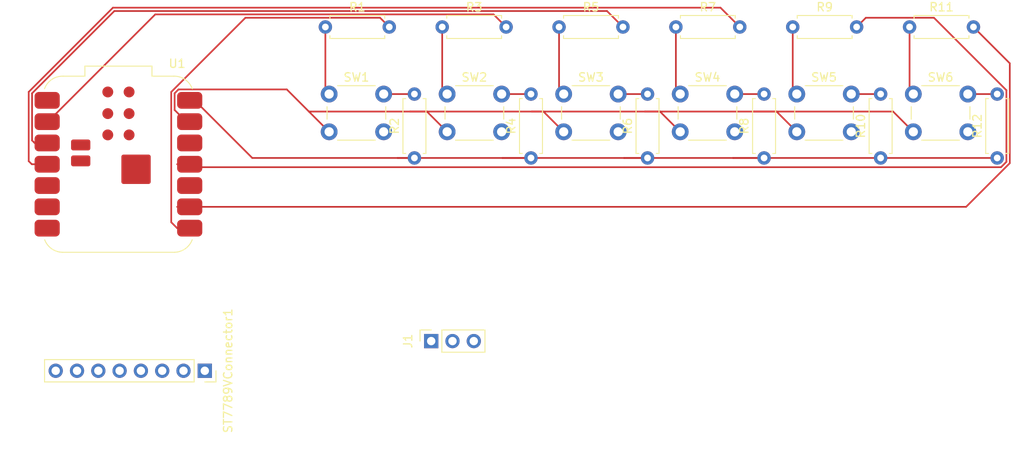
<source format=kicad_pcb>
(kicad_pcb (version 20241229) (generator "pcbnew") (generator_version "9.0")
  (layers (0 "F.Cu" signal) (2 "B.Cu" signal) (13 "F.Paste" user) (15 "B.Paste" user) (5 "F.SilkS" user "F.Silkscreen") (7 "B.SilkS" user "B.Silkscreen") (1 "F.Mask" user) (3 "B.Mask" user) (25 "Edge.Cuts" user))
  (net 0 "")
  (net 1 "Net-(J1-Pin_3)")
  (net 2 "Net-(J1-Pin_1)")
  (net 3 "Net-(J1-Pin_2)")
  (net 4 "Net-(U1-PB09_A7_D7_RX)")
  (net 5 "Net-(R1-Pad1)")
  (net 6 "Net-(U1-PA4_A1_D1)")
  (net 7 "Net-(R3-Pad1)")
  (net 8 "Net-(U1-PA10_A2_D2)")
  (net 9 "Net-(R5-Pad1)")
  (net 10 "Net-(U1-PA11_A3_D3)")
  (net 11 "Net-(R7-Pad1)")
  (net 12 "Net-(U1-PA6_A10_D10_MOSI)")
  (net 13 "Net-(R9-Pad1)")
  (net 14 "Net-(U1-PA7_A8_D8_SCK)")
  (net 15 "Net-(ST7789VConnector1-DC)")
  (net 16 "Net-(ST7789VConnector1-BL)")
  (net 17 "Net-(ST7789VConnector1-DIN)")
  (net 18 "Net-(ST7789VConnector1-CLK)")
  (net 19 "Net-(ST7789VConnector1-CS)")
  (net 20 "Net-(R11-Pad1)")
  (footprint "Resistor_THT:R_Axial_DIN0207_L6.3mm_D2.5mm_P7.62mm_Horizontal" (layer "F.Cu") (at 143.3 56.62 90)
    (property "Reference" "R6" (at 3.81 -2.37 90) (layer "F.SilkS"))
    (property "Value" "10k")
    (fp_line (start 7.08 -1.37) (end 7.08 -1.04) (stroke (width 0.12)) (layer "F.SilkS"))
    (fp_line (start 0.54 -1.37) (end 7.08 -1.37) (stroke (width 0.12)) (layer "F.SilkS"))
    (fp_line (start 0.54 -1.04) (end 0.54 -1.37) (stroke (width 0.12)) (layer "F.SilkS"))
    (fp_line (start 0.54 1.04) (end 0.54 1.37) (stroke (width 0.12)) (layer "F.SilkS"))
    (fp_line (start 7.08 1.37) (end 7.08 1.04) (stroke (width 0.12)) (layer "F.SilkS"))
    (fp_line (start 0.54 1.37) (end 7.08 1.37) (stroke (width 0.12)) (layer "F.SilkS"))
    (pad "1" thru_hole circle (at 0 0 90) (size 1.6 1.6) (drill 0.8) (layers "*.Cu" "*.Mask") (net 2 "Net-(J1-Pin_1)"))
    (pad "2" thru_hole oval (at 7.62 0 90) (size 1.6 1.6) (drill 0.8) (layers "*.Cu" "*.Mask" "Eco1.User"))
  )
  (footprint "Button_Switch_THT:SW_PUSH_6mm" (layer "F.Cu") (at 119.4 49)
    (property "Reference" "SW2" (at 3.25 -2 0) (layer "F.SilkS"))
    (property "Value" "SW_MEC_5E")
    (fp_line (start -0.25 1.5) (end -0.25 3) (stroke (width 0.12)) (layer "F.SilkS"))
    (fp_line (start 1 5.5) (end 5.5 5.5) (stroke (width 0.12)) (layer "F.SilkS"))
    (fp_line (start 5.5 -1) (end 1 -1) (stroke (width 0.12)) (layer "F.SilkS"))
    (fp_line (start 6.75 3) (end 6.75 1.5) (stroke (width 0.12)) (layer "F.SilkS"))
    (pad "1" thru_hole circle (at 0 0 90) (size 2 2) (drill 1.1) (layers "*.Cu" "*.Mask") (net 7 "Net-(R3-Pad1)"))
    (pad "2" thru_hole circle (at 0 4.5 90) (size 2 2) (drill 1.1) (layers "*.Cu" "*.Mask") (net 3 "Net-(J1-Pin_2)"))
    (pad "3" thru_hole circle (at 6.5 4.5 90) (size 2 2) (drill 1.1) (layers "*.Cu" "*.Mask") (net 3 "Net-(J1-Pin_2)"))
    (pad "4" thru_hole circle (at 6.5 0 90) (size 2 2) (drill 1.1) (layers "*.Cu" "*.Mask"))
  )
  (footprint "Button_Switch_THT:SW_PUSH_6mm" (layer "F.Cu") (at 175 49)
    (property "Reference" "SW6" (at 3.25 -2 0) (layer "F.SilkS"))
    (property "Value" "SW_MEC_5E")
    (fp_line (start -0.25 1.5) (end -0.25 3) (stroke (width 0.12)) (layer "F.SilkS"))
    (fp_line (start 1 5.5) (end 5.5 5.5) (stroke (width 0.12)) (layer "F.SilkS"))
    (fp_line (start 5.5 -1) (end 1 -1) (stroke (width 0.12)) (layer "F.SilkS"))
    (fp_line (start 6.75 3) (end 6.75 1.5) (stroke (width 0.12)) (layer "F.SilkS"))
    (pad "1" thru_hole circle (at 0 0 90) (size 2 2) (drill 1.1) (layers "*.Cu" "*.Mask") (net 20 "Net-(R11-Pad1)"))
    (pad "2" thru_hole circle (at 0 4.5 90) (size 2 2) (drill 1.1) (layers "*.Cu" "*.Mask") (net 3 "Net-(J1-Pin_2)"))
    (pad "3" thru_hole circle (at 6.5 4.5 90) (size 2 2) (drill 1.1) (layers "*.Cu" "*.Mask") (net 3 "Net-(J1-Pin_2)"))
    (pad "4" thru_hole circle (at 6.5 0 90) (size 2 2) (drill 1.1) (layers "*.Cu" "*.Mask"))
  )
  (footprint "Resistor_THT:R_Axial_DIN0207_L6.3mm_D2.5mm_P7.62mm_Horizontal" (layer "F.Cu") (at 146.682 41)
    (property "Reference" "R7" (at 3.81 -2.37 0) (layer "F.SilkS"))
    (property "Value" "10k")
    (fp_line (start 0.54 -1.37) (end 7.08 -1.37) (stroke (width 0.12)) (layer "F.SilkS"))
    (fp_line (start 0.54 -1.04) (end 0.54 -1.37) (stroke (width 0.12)) (layer "F.SilkS"))
    (fp_line (start 0.54 1.04) (end 0.54 1.37) (stroke (width 0.12)) (layer "F.SilkS"))
    (fp_line (start 0.54 1.37) (end 7.08 1.37) (stroke (width 0.12)) (layer "F.SilkS"))
    (fp_line (start 7.08 -1.37) (end 7.08 -1.04) (stroke (width 0.12)) (layer "F.SilkS"))
    (fp_line (start 7.08 1.37) (end 7.08 1.04) (stroke (width 0.12)) (layer "F.SilkS"))
    (pad "1" thru_hole circle (at 0 0) (size 1.6 1.6) (drill 0.8) (layers "*.Cu" "*.Mask") (net 11 "Net-(R7-Pad1)"))
    (pad "2" thru_hole oval (at 7.62 0) (size 1.6 1.6) (drill 0.8) (layers "*.Cu" "*.Mask") (net 10 "Net-(U1-PA11_A3_D3)"))
  )
  (footprint "Button_Switch_THT:SW_PUSH_6mm" (layer "F.Cu") (at 105.33 49)
    (property "Reference" "SW1" (at 3.25 -2 0) (layer "F.SilkS"))
    (property "Value" "SW_MEC_5E")
    (fp_line (start -0.25 1.5) (end -0.25 3) (stroke (width 0.12)) (layer "F.SilkS"))
    (fp_line (start 1 5.5) (end 5.5 5.5) (stroke (width 0.12)) (layer "F.SilkS"))
    (fp_line (start 5.5 -1) (end 1 -1) (stroke (width 0.12)) (layer "F.SilkS"))
    (fp_line (start 6.75 3) (end 6.75 1.5) (stroke (width 0.12)) (layer "F.SilkS"))
    (pad "1" thru_hole circle (at 0 0 90) (size 2 2) (drill 1.1) (layers "*.Cu" "*.Mask") (net 5 "Net-(R1-Pad1)"))
    (pad "2" thru_hole circle (at 0 4.5 90) (size 2 2) (drill 1.1) (layers "*.Cu" "*.Mask") (net 3 "Net-(J1-Pin_2)"))
    (pad "3" thru_hole circle (at 6.5 4.5 90) (size 2 2) (drill 1.1) (layers "*.Cu" "*.Mask") (net 3 "Net-(J1-Pin_2)"))
    (pad "4" thru_hole circle (at 6.5 0 90) (size 2 2) (drill 1.1) (layers "*.Cu" "*.Mask"))
  )
  (footprint "Resistor_THT:R_Axial_DIN0207_L6.3mm_D2.5mm_P7.62mm_Horizontal" (layer "F.Cu") (at 160.616 41)
    (property "Reference" "R9" (at 3.81 -2.37 0) (layer "F.SilkS"))
    (property "Value" "10k")
    (fp_line (start 0.54 -1.37) (end 7.08 -1.37) (stroke (width 0.12)) (layer "F.SilkS"))
    (fp_line (start 0.54 -1.04) (end 0.54 -1.37) (stroke (width 0.12)) (layer "F.SilkS"))
    (fp_line (start 0.54 1.04) (end 0.54 1.37) (stroke (width 0.12)) (layer "F.SilkS"))
    (fp_line (start 0.54 1.37) (end 7.08 1.37) (stroke (width 0.12)) (layer "F.SilkS"))
    (fp_line (start 7.08 -1.37) (end 7.08 -1.04) (stroke (width 0.12)) (layer "F.SilkS"))
    (fp_line (start 7.08 1.37) (end 7.08 1.04) (stroke (width 0.12)) (layer "F.SilkS"))
    (pad "1" thru_hole circle (at 0 0) (size 1.6 1.6) (drill 0.8) (layers "*.Cu" "*.Mask") (net 13 "Net-(R9-Pad1)"))
    (pad "2" thru_hole oval (at 7.62 0) (size 1.6 1.6) (drill 0.8) (layers "*.Cu" "*.Mask") (net 12 "Net-(U1-PA6_A10_D10_MOSI)"))
  )
  (footprint "Resistor_THT:R_Axial_DIN0207_L6.3mm_D2.5mm_P7.62mm_Horizontal" (layer "F.Cu") (at 129.4 56.62 90)
    (property "Reference" "R4" (at 3.81 -2.37 90) (layer "F.SilkS"))
    (property "Value" "10k")
    (fp_line (start 7.08 -1.37) (end 7.08 -1.04) (stroke (width 0.12)) (layer "F.SilkS"))
    (fp_line (start 0.54 -1.37) (end 7.08 -1.37) (stroke (width 0.12)) (layer "F.SilkS"))
    (fp_line (start 0.54 -1.04) (end 0.54 -1.37) (stroke (width 0.12)) (layer "F.SilkS"))
    (fp_line (start 0.54 1.04) (end 0.54 1.37) (stroke (width 0.12)) (layer "F.SilkS"))
    (fp_line (start 7.08 1.37) (end 7.08 1.04) (stroke (width 0.12)) (layer "F.SilkS"))
    (fp_line (start 0.54 1.37) (end 7.08 1.37) (stroke (width 0.12)) (layer "F.SilkS"))
    (pad "1" thru_hole circle (at 0 0 90) (size 1.6 1.6) (drill 0.8) (layers "*.Cu" "*.Mask") (net 2 "Net-(J1-Pin_1)"))
    (pad "2" thru_hole oval (at 7.62 0 90) (size 1.6 1.6) (drill 0.8) (layers "*.Cu" "*.Mask"))
  )
  (footprint "Button_Switch_THT:SW_PUSH_6mm" (layer "F.Cu") (at 133.3 49)
    (property "Reference" "SW3" (at 3.25 -2 0) (layer "F.SilkS"))
    (property "Value" "SW_MEC_5E")
    (fp_line (start -0.25 1.5) (end -0.25 3) (stroke (width 0.12)) (layer "F.SilkS"))
    (fp_line (start 1 5.5) (end 5.5 5.5) (stroke (width 0.12)) (layer "F.SilkS"))
    (fp_line (start 5.5 -1) (end 1 -1) (stroke (width 0.12)) (layer "F.SilkS"))
    (fp_line (start 6.75 3) (end 6.75 1.5) (stroke (width 0.12)) (layer "F.SilkS"))
    (pad "1" thru_hole circle (at 0 0 90) (size 2 2) (drill 1.1) (layers "*.Cu" "*.Mask") (net 9 "Net-(R5-Pad1)"))
    (pad "2" thru_hole circle (at 0 4.5 90) (size 2 2) (drill 1.1) (layers "*.Cu" "*.Mask") (net 3 "Net-(J1-Pin_2)"))
    (pad "3" thru_hole circle (at 6.5 4.5 90) (size 2 2) (drill 1.1) (layers "*.Cu" "*.Mask") (net 3 "Net-(J1-Pin_2)"))
    (pad "4" thru_hole circle (at 6.5 0 90) (size 2 2) (drill 1.1) (layers "*.Cu" "*.Mask"))
  )
  (footprint "Resistor_THT:R_Axial_DIN0207_L6.3mm_D2.5mm_P7.62mm_Horizontal" (layer "F.Cu") (at 174.55 41)
    (property "Reference" "R11" (at 3.81 -2.37 0) (layer "F.SilkS"))
    (property "Value" "10k")
    (fp_line (start 0.54 -1.37) (end 7.08 -1.37) (stroke (width 0.12)) (layer "F.SilkS"))
    (fp_line (start 0.54 -1.04) (end 0.54 -1.37) (stroke (width 0.12)) (layer "F.SilkS"))
    (fp_line (start 0.54 1.04) (end 0.54 1.37) (stroke (width 0.12)) (layer "F.SilkS"))
    (fp_line (start 0.54 1.37) (end 7.08 1.37) (stroke (width 0.12)) (layer "F.SilkS"))
    (fp_line (start 7.08 -1.37) (end 7.08 -1.04) (stroke (width 0.12)) (layer "F.SilkS"))
    (fp_line (start 7.08 1.37) (end 7.08 1.04) (stroke (width 0.12)) (layer "F.SilkS"))
    (pad "1" thru_hole circle (at 0 0) (size 1.6 1.6) (drill 0.8) (layers "*.Cu" "*.Mask") (net 20 "Net-(R11-Pad1)"))
    (pad "2" thru_hole oval (at 7.62 0) (size 1.6 1.6) (drill 0.8) (layers "*.Cu" "*.Mask") (net 14 "Net-(U1-PA7_A8_D8_SCK)"))
  )
  (footprint "Button_Switch_THT:SW_PUSH_6mm" (layer "F.Cu") (at 147.2 49)
    (property "Reference" "SW4" (at 3.25 -2 0) (layer "F.SilkS"))
    (property "Value" "SW_MEC_5E")
    (fp_line (start -0.25 1.5) (end -0.25 3) (stroke (width 0.12)) (layer "F.SilkS"))
    (fp_line (start 1 5.5) (end 5.5 5.5) (stroke (width 0.12)) (layer "F.SilkS"))
    (fp_line (start 5.5 -1) (end 1 -1) (stroke (width 0.12)) (layer "F.SilkS"))
    (fp_line (start 6.75 3) (end 6.75 1.5) (stroke (width 0.12)) (layer "F.SilkS"))
    (pad "1" thru_hole circle (at 0 0 90) (size 2 2) (drill 1.1) (layers "*.Cu" "*.Mask") (net 11 "Net-(R7-Pad1)"))
    (pad "2" thru_hole circle (at 0 4.5 90) (size 2 2) (drill 1.1) (layers "*.Cu" "*.Mask") (net 3 "Net-(J1-Pin_2)"))
    (pad "3" thru_hole circle (at 6.5 4.5 90) (size 2 2) (drill 1.1) (layers "*.Cu" "*.Mask") (net 3 "Net-(J1-Pin_2)"))
    (pad "4" thru_hole circle (at 6.5 0 90) (size 2 2) (drill 1.1) (layers "*.Cu" "*.Mask"))
  )
  (footprint "Resistor_THT:R_Axial_DIN0207_L6.3mm_D2.5mm_P7.62mm_Horizontal" (layer "F.Cu") (at 157.2 56.62 90)
    (property "Reference" "R8" (at 3.81 -2.37 90) (layer "F.SilkS"))
    (property "Value" "10k")
    (fp_line (start 7.08 -1.37) (end 7.08 -1.04) (stroke (width 0.12)) (layer "F.SilkS"))
    (fp_line (start 0.54 -1.37) (end 7.08 -1.37) (stroke (width 0.12)) (layer "F.SilkS"))
    (fp_line (start 0.54 -1.04) (end 0.54 -1.37) (stroke (width 0.12)) (layer "F.SilkS"))
    (fp_line (start 0.54 1.04) (end 0.54 1.37) (stroke (width 0.12)) (layer "F.SilkS"))
    (fp_line (start 7.08 1.37) (end 7.08 1.04) (stroke (width 0.12)) (layer "F.SilkS"))
    (fp_line (start 0.54 1.37) (end 7.08 1.37) (stroke (width 0.12)) (layer "F.SilkS"))
    (pad "1" thru_hole circle (at 0 0 90) (size 1.6 1.6) (drill 0.8) (layers "*.Cu" "*.Mask") (net 2 "Net-(J1-Pin_1)"))
    (pad "2" thru_hole oval (at 7.62 0 90) (size 1.6 1.6) (drill 0.8) (layers "*.Cu" "*.Mask"))
  )
  (footprint "Resistor_THT:R_Axial_DIN0207_L6.3mm_D2.5mm_P7.62mm_Horizontal" (layer "F.Cu") (at 118.814 41)
    (property "Reference" "R3" (at 3.81 -2.37 0) (layer "F.SilkS"))
    (property "Value" "10k")
    (fp_line (start 0.54 -1.37) (end 7.08 -1.37) (stroke (width 0.12)) (layer "F.SilkS"))
    (fp_line (start 0.54 -1.04) (end 0.54 -1.37) (stroke (width 0.12)) (layer "F.SilkS"))
    (fp_line (start 0.54 1.04) (end 0.54 1.37) (stroke (width 0.12)) (layer "F.SilkS"))
    (fp_line (start 0.54 1.37) (end 7.08 1.37) (stroke (width 0.12)) (layer "F.SilkS"))
    (fp_line (start 7.08 -1.37) (end 7.08 -1.04) (stroke (width 0.12)) (layer "F.SilkS"))
    (fp_line (start 7.08 1.37) (end 7.08 1.04) (stroke (width 0.12)) (layer "F.SilkS"))
    (pad "1" thru_hole circle (at 0 0) (size 1.6 1.6) (drill 0.8) (layers "*.Cu" "*.Mask") (net 7 "Net-(R3-Pad1)"))
    (pad "2" thru_hole oval (at 7.62 0) (size 1.6 1.6) (drill 0.8) (layers "*.Cu" "*.Mask") (net 6 "Net-(U1-PA4_A1_D1)"))
  )
  (footprint "Resistor_THT:R_Axial_DIN0207_L6.3mm_D2.5mm_P7.62mm_Horizontal" (layer "F.Cu") (at 171.1 56.62 90)
    (property "Reference" "R10" (at 3.81 -2.37 90) (layer "F.SilkS"))
    (property "Value" "10k")
    (fp_line (start 7.08 -1.37) (end 7.08 -1.04) (stroke (width 0.12)) (layer "F.SilkS"))
    (fp_line (start 0.54 -1.37) (end 7.08 -1.37) (stroke (width 0.12)) (layer "F.SilkS"))
    (fp_line (start 0.54 -1.04) (end 0.54 -1.37) (stroke (width 0.12)) (layer "F.SilkS"))
    (fp_line (start 0.54 1.04) (end 0.54 1.37) (stroke (width 0.12)) (layer "F.SilkS"))
    (fp_line (start 7.08 1.37) (end 7.08 1.04) (stroke (width 0.12)) (layer "F.SilkS"))
    (fp_line (start 0.54 1.37) (end 7.08 1.37) (stroke (width 0.12)) (layer "F.SilkS"))
    (pad "1" thru_hole circle (at 0 0 90) (size 1.6 1.6) (drill 0.8) (layers "*.Cu" "*.Mask") (net 2 "Net-(J1-Pin_1)"))
    (pad "2" thru_hole oval (at 7.62 0 90) (size 1.6 1.6) (drill 0.8) (layers "*.Cu" "*.Mask"))
  )
  (footprint "Connector_PinSocket_2.54mm:PinSocket_1x03_P2.54mm_Vertical" (layer "F.Cu") (at 117.5 78.46 90)
    (property "Reference" "J1" (at 0 -2.77 90) (layer "F.SilkS"))
    (property "Value" "Conn_01x03_Pin")
    (fp_line (start 1.33 -1.33) (end 1.33 0) (stroke (width 0.12)) (layer "F.SilkS"))
    (fp_line (start 0 -1.33) (end 1.33 -1.33) (stroke (width 0.12)) (layer "F.SilkS"))
    (fp_line (start 1.33 1.27) (end 1.33 6.41) (stroke (width 0.12)) (layer "F.SilkS"))
    (fp_line (start -1.33 1.27) (end 1.33 1.27) (stroke (width 0.12)) (layer "F.SilkS"))
    (fp_line (start -1.33 1.27) (end -1.33 6.41) (stroke (width 0.12)) (layer "F.SilkS"))
    (fp_line (start -1.33 6.41) (end 1.33 6.41) (stroke (width 0.12)) (layer "F.SilkS"))
    (pad "1" thru_hole rect (at 0 0 90) (size 1.7 1.7) (drill 1) (layers "*.Cu" "*.Mask") (net 2 "Net-(J1-Pin_1)"))
    (pad "2" thru_hole oval (at 0 2.54 90) (size 1.7 1.7) (drill 1) (layers "*.Cu" "*.Mask") (net 3 "Net-(J1-Pin_2)"))
    (pad "3" thru_hole oval (at 0 5.08 90) (size 1.7 1.7) (drill 1) (layers "*.Cu" "*.Mask") (net 1 "Net-(J1-Pin_3)"))
  )
  (footprint "Resistor_THT:R_Axial_DIN0207_L6.3mm_D2.5mm_P7.62mm_Horizontal" (layer "F.Cu") (at 185 56.62 90)
    (property "Reference" "R12" (at 3.81 -2.37 90) (layer "F.SilkS"))
    (property "Value" "10k")
    (fp_line (start 7.08 -1.37) (end 7.08 -1.04) (stroke (width 0.12)) (layer "F.SilkS"))
    (fp_line (start 0.54 -1.37) (end 7.08 -1.37) (stroke (width 0.12)) (layer "F.SilkS"))
    (fp_line (start 0.54 -1.04) (end 0.54 -1.37) (stroke (width 0.12)) (layer "F.SilkS"))
    (fp_line (start 0.54 1.04) (end 0.54 1.37) (stroke (width 0.12)) (layer "F.SilkS"))
    (fp_line (start 7.08 1.37) (end 7.08 1.04) (stroke (width 0.12)) (layer "F.SilkS"))
    (fp_line (start 0.54 1.37) (end 7.08 1.37) (stroke (width 0.12)) (layer "F.SilkS"))
    (pad "1" thru_hole circle (at 0 0 90) (size 1.6 1.6) (drill 0.8) (layers "*.Cu" "*.Mask") (net 2 "Net-(J1-Pin_1)"))
    (pad "2" thru_hole oval (at 7.62 0 90) (size 1.6 1.6) (drill 0.8) (layers "*.Cu" "*.Mask"))
  )
  (footprint "Resistor_THT:R_Axial_DIN0207_L6.3mm_D2.5mm_P7.62mm_Horizontal" (layer "F.Cu") (at 115.5 56.62 90)
    (property "Reference" "R2" (at 3.81 -2.37 90) (layer "F.SilkS"))
    (property "Value" "10k")
    (fp_line (start 7.08 -1.37) (end 7.08 -1.04) (stroke (width 0.12)) (layer "F.SilkS"))
    (fp_line (start 0.54 -1.37) (end 7.08 -1.37) (stroke (width 0.12)) (layer "F.SilkS"))
    (fp_line (start 0.54 -1.04) (end 0.54 -1.37) (stroke (width 0.12)) (layer "F.SilkS"))
    (fp_line (start 0.54 1.04) (end 0.54 1.37) (stroke (width 0.12)) (layer "F.SilkS"))
    (fp_line (start 7.08 1.37) (end 7.08 1.04) (stroke (width 0.12)) (layer "F.SilkS"))
    (fp_line (start 0.54 1.37) (end 7.08 1.37) (stroke (width 0.12)) (layer "F.SilkS"))
    (pad "1" thru_hole circle (at 0 0 90) (size 1.6 1.6) (drill 0.8) (layers "*.Cu" "*.Mask") (net 2 "Net-(J1-Pin_1)"))
    (pad "2" thru_hole oval (at 7.62 0 90) (size 1.6 1.6) (drill 0.8) (layers "*.Cu" "*.Mask"))
  )
  (footprint "Button_Switch_THT:SW_PUSH_6mm" (layer "F.Cu") (at 161.1 49)
    (property "Reference" "SW5" (at 3.25 -2 0) (layer "F.SilkS"))
    (property "Value" "SW_MEC_5E")
    (fp_line (start -0.25 1.5) (end -0.25 3) (stroke (width 0.12)) (layer "F.SilkS"))
    (fp_line (start 1 5.5) (end 5.5 5.5) (stroke (width 0.12)) (layer "F.SilkS"))
    (fp_line (start 5.5 -1) (end 1 -1) (stroke (width 0.12)) (layer "F.SilkS"))
    (fp_line (start 6.75 3) (end 6.75 1.5) (stroke (width 0.12)) (layer "F.SilkS"))
    (pad "1" thru_hole circle (at 0 0 90) (size 2 2) (drill 1.1) (layers "*.Cu" "*.Mask") (net 13 "Net-(R9-Pad1)"))
    (pad "2" thru_hole circle (at 0 4.5 90) (size 2 2) (drill 1.1) (layers "*.Cu" "*.Mask") (net 3 "Net-(J1-Pin_2)"))
    (pad "3" thru_hole circle (at 6.5 4.5 90) (size 2 2) (drill 1.1) (layers "*.Cu" "*.Mask") (net 3 "Net-(J1-Pin_2)"))
    (pad "4" thru_hole circle (at 6.5 0 90) (size 2 2) (drill 1.1) (layers "*.Cu" "*.Mask"))
  )
  (footprint "RF_Module:MCU_Seeed_ESP32C3" (layer "F.Cu") (at 80.2 57.37)
    (property "Reference" "U1" (at 7 -12 0) (layer "F.SilkS"))
    (property "Value" "MOUDLE-SEEEDUINO-XIAO-ESP32C3")
    (fp_line (start -6.7 10.5) (end 6.7 10.5) (stroke (width 0.12)) (layer "F.SilkS"))
    (fp_line (start -4 -11.7) (end 4 -11.7) (stroke (width 0.12)) (layer "F.SilkS"))
    (fp_line (start -4 -10.5) (end -6.6 -10.5) (stroke (width 0.12)) (layer "F.SilkS"))
    (fp_line (start -4 -10.5) (end -4 -11.7) (stroke (width 0.12)) (layer "F.SilkS"))
    (fp_line (start 4 -11.7) (end 4 -10.5) (stroke (width 0.12)) (layer "F.SilkS"))
    (fp_line (start 6.6 -10.5) (end 4 -10.5) (stroke (width 0.12)) (layer "F.SilkS"))
    (fp_arc (start -8.812892 -9.00468) (mid -7.949609 -10.111769) (end -6.600468 -10.499999) (stroke (width 0.12)) (layer "F.SilkS"))
    (fp_arc (start -6.7 10.5) (mid -7.977232 10.068125) (end -8.8 9) (stroke (width 0.12)) (layer "F.SilkS"))
    (fp_arc (start 6.6 -10.499999) (mid 7.944325 -10.107116) (end 8.804034 -9.001464) (stroke (width 0.12)) (layer "F.SilkS"))
    (fp_arc (start 8.8 9) (mid 7.977232 10.068125) (end 6.7 10.5) (stroke (width 0.12)) (layer "F.SilkS"))
    (pad "1" smd roundrect (at -8.5 -7.62) (size 3 2) (layers "F.Cu" "F.Mask" "F.Paste") (net 1 "Net-(J1-Pin_3)"))
    (pad "2" smd roundrect (at -8.5 -5.08) (size 3 2) (layers "F.Cu" "F.Mask" "F.Paste") (net 6 "Net-(U1-PA4_A1_D1)"))
    (pad "3" smd roundrect (at -8.5 -2.54) (size 3 2) (layers "F.Cu" "F.Mask" "F.Paste") (net 8 "Net-(U1-PA10_A2_D2)"))
    (pad "4" smd roundrect (at -8.5 0) (size 3 2) (layers "F.Cu" "F.Mask" "F.Paste") (net 10 "Net-(U1-PA11_A3_D3)"))
    (pad "5" smd roundrect (at -8.5 2.54) (size 3 2) (layers "F.Cu" "F.Mask" "F.Paste") (net 17 "Net-(ST7789VConnector1-DIN)"))
    (pad "6" smd roundrect (at -8.5 5.08) (size 3 2) (layers "F.Cu" "F.Mask" "F.Paste") (net 18 "Net-(ST7789VConnector1-CLK)"))
    (pad "7" smd roundrect (at -8.5 7.62) (size 3 2) (layers "F.Cu" "F.Mask" "F.Paste") (net 15 "Net-(ST7789VConnector1-DC)"))
    (pad "8" smd roundrect (at 8.5 7.62) (size 3 2) (layers "F.Cu" "F.Mask" "F.Paste") (net 4 "Net-(U1-PB09_A7_D7_RX)"))
    (pad "9" smd roundrect (at 8.5 5.08) (size 3 2) (layers "F.Cu" "F.Mask" "F.Paste") (net 14 "Net-(U1-PA7_A8_D8_SCK)"))
    (pad "10" smd roundrect (at 8.5 2.54) (size 3 2) (layers "F.Cu" "F.Mask" "F.Paste") (net 19 "Net-(ST7789VConnector1-CS)"))
    (pad "11" smd roundrect (at 8.5 0) (size 3 2) (layers "F.Cu" "F.Mask" "F.Paste") (net 12 "Net-(U1-PA6_A10_D10_MOSI)"))
    (pad "12" smd roundrect (at 8.5 -2.54) (size 3 2) (layers "F.Cu" "F.Mask" "F.Paste") (net 16 "Net-(ST7789VConnector1-BL)"))
    (pad "13" smd roundrect (at 8.5 -5.08) (size 3 2) (layers "F.Cu" "F.Mask" "F.Paste") (net 3 "Net-(J1-Pin_2)"))
    (pad "14" smd roundrect (at 8.5 -7.62) (size 3 2) (layers "F.Cu" "F.Mask" "F.Paste") (net 2 "Net-(J1-Pin_1)"))
    (pad "15" smd roundrect (at 2.1 0.6) (size 3.5 3.5) (property pad_prop_heatsink) (layers "F.Cu" "F.Mask") (roundrect_rratio 0.07142857143))
    (pad "16" smd roundrect (at -4.5 -0.4) (size 2.3 1.3) (layers "F.Cu" "F.Mask" "F.Paste") (roundrect_rratio 0.1923076923))
    (pad "17" smd roundrect (at -4.5 -2.3) (size 2.3 1.3) (layers "F.Cu" "F.Mask" "F.Paste") (roundrect_rratio 0.1923076923))
    (pad "18" smd circle (at -1.27 -8.62) (size 1.3 1.3) (layers "F.Cu" "F.Mask" "F.Paste"))
    (pad "19" smd circle (at -1.27 -6.04) (size 1.3 1.3) (layers "F.Cu" "F.Mask" "F.Paste"))
    (pad "20" smd circle (at -1.27 -3.5) (size 1.3 1.3) (layers "F.Cu" "F.Mask" "F.Paste"))
    (pad "21" smd circle (at 1.27 -3.5) (size 1.3 1.3) (layers "F.Cu" "F.Mask" "F.Paste"))
    (pad "22" smd circle (at 1.27 -6.04) (size 1.3 1.3) (layers "F.Cu" "F.Mask" "F.Paste"))
    (pad "23" smd circle (at 1.27 -8.62) (size 1.3 1.3) (layers "F.Cu" "F.Mask" "F.Paste"))
  )
  (footprint "Resistor_THT:R_Axial_DIN0207_L6.3mm_D2.5mm_P7.62mm_Horizontal" (layer "F.Cu") (at 132.748 41)
    (property "Reference" "R5" (at 3.81 -2.37 0) (layer "F.SilkS"))
    (property "Value" "10k")
    (fp_line (start 0.54 -1.37) (end 7.08 -1.37) (stroke (width 0.12)) (layer "F.SilkS"))
    (fp_line (start 0.54 -1.04) (end 0.54 -1.37) (stroke (width 0.12)) (layer "F.SilkS"))
    (fp_line (start 0.54 1.04) (end 0.54 1.37) (stroke (width 0.12)) (layer "F.SilkS"))
    (fp_line (start 0.54 1.37) (end 7.08 1.37) (stroke (width 0.12)) (layer "F.SilkS"))
    (fp_line (start 7.08 -1.37) (end 7.08 -1.04) (stroke (width 0.12)) (layer "F.SilkS"))
    (fp_line (start 7.08 1.37) (end 7.08 1.04) (stroke (width 0.12)) (layer "F.SilkS"))
    (pad "1" thru_hole circle (at 0 0) (size 1.6 1.6) (drill 0.8) (layers "*.Cu" "*.Mask") (net 9 "Net-(R5-Pad1)"))
    (pad "2" thru_hole oval (at 7.62 0) (size 1.6 1.6) (drill 0.8) (layers "*.Cu" "*.Mask") (net 8 "Net-(U1-PA10_A2_D2)"))
  )
  (footprint "Connector_PinSocket_2.54mm:PinSocket_1x08_P2.54mm_Vertical" (layer "F.Cu") (at 90.5 82 -90)
    (property "Reference" "ST7789VConnector1" (at 0 -2.77 90) (layer "F.SilkS"))
    (property "Value" "Conn_01x08_Pin_ST7789V")
    (fp_line (start -1.33 19.11) (end 1.33 19.11) (stroke (width 0.12)) (layer "F.SilkS"))
    (fp_line (start -1.33 1.27) (end -1.33 19.11) (stroke (width 0.12)) (layer "F.SilkS"))
    (fp_line (start -1.33 1.27) (end 1.33 1.27) (stroke (width 0.12)) (layer "F.SilkS"))
    (fp_line (start 1.33 1.27) (end 1.33 19.11) (stroke (width 0.12)) (layer "F.SilkS"))
    (fp_line (start 0 -1.33) (end 1.33 -1.33) (stroke (width 0.12)) (layer "F.SilkS"))
    (fp_line (start 1.33 -1.33) (end 1.33 0) (stroke (width 0.12)) (layer "F.SilkS"))
    (pad "1" thru_hole rect (at 0 0 270) (size 1.7 1.7) (drill 1) (layers "*.Cu" "*.Mask") (net 16 "Net-(ST7789VConnector1-BL)"))
    (pad "2" thru_hole oval (at 0 2.54 270) (size 1.7 1.7) (drill 1) (layers "*.Cu" "*.Mask") (net 3 "Net-(J1-Pin_2)"))
    (pad "3" thru_hole oval (at 0 5.08 270) (size 1.7 1.7) (drill 1) (layers "*.Cu" "*.Mask") (net 17 "Net-(ST7789VConnector1-DIN)"))
    (pad "4" thru_hole oval (at 0 7.62 270) (size 1.7 1.7) (drill 1) (layers "*.Cu" "*.Mask") (net 18 "Net-(ST7789VConnector1-CLK)"))
    (pad "5" thru_hole oval (at 0 10.16 270) (size 1.7 1.7) (drill 1) (layers "*.Cu" "*.Mask") (net 19 "Net-(ST7789VConnector1-CS)"))
    (pad "6" thru_hole oval (at 0 12.7 270) (size 1.7 1.7) (drill 1) (layers "*.Cu" "*.Mask") (net 15 "Net-(ST7789VConnector1-DC)"))
    (pad "7" thru_hole oval (at 0 15.24 270) (size 1.7 1.7) (drill 1) (layers "*.Cu" "*.Mask") (net 16 "Net-(ST7789VConnector1-BL)"))
    (pad "8" thru_hole oval (at 0 17.78 270) (size 1.7 1.7) (drill 1) (layers "*.Cu" "*.Mask") (net 16 "Net-(ST7789VConnector1-BL)"))
  )
  (footprint "Resistor_THT:R_Axial_DIN0207_L6.3mm_D2.5mm_P7.62mm_Horizontal" (layer "F.Cu") (at 104.88 41)
    (property "Reference" "R1" (at 3.81 -2.37 0) (layer "F.SilkS"))
    (property "Value" "10k")
    (fp_line (start 0.54 -1.37) (end 7.08 -1.37) (stroke (width 0.12)) (layer "F.SilkS"))
    (fp_line (start 0.54 -1.04) (end 0.54 -1.37) (stroke (width 0.12)) (layer "F.SilkS"))
    (fp_line (start 0.54 1.04) (end 0.54 1.37) (stroke (width 0.12)) (layer "F.SilkS"))
    (fp_line (start 0.54 1.37) (end 7.08 1.37) (stroke (width 0.12)) (layer "F.SilkS"))
    (fp_line (start 7.08 -1.37) (end 7.08 -1.04) (stroke (width 0.12)) (layer "F.SilkS"))
    (fp_line (start 7.08 1.37) (end 7.08 1.04) (stroke (width 0.12)) (layer "F.SilkS"))
    (pad "1" thru_hole circle (at 0 0) (size 1.6 1.6) (drill 0.8) (layers "*.Cu" "*.Mask") (net 5 "Net-(R1-Pad1)"))
    (pad "2" thru_hole oval (at 7.62 0) (size 1.6 1.6) (drill 0.8) (layers "*.Cu" "*.Mask") (net 4 "Net-(U1-PB09_A7_D7_RX)"))
  )
  (segment (start 139.8 49) (end 143.3 49) (width 0.2) (layer "F.Cu") (net 0))
  (segment (start 125.9 49) (end 129.4 49) (width 0.2) (layer "F.Cu") (net 0))
  (segment (start 111.83 49) (end 115.5 49) (width 0.2) (layer "F.Cu") (net 0))
  (segment (start 153.7 49) (end 157.2 49) (width 0.2) (layer "F.Cu") (net 0))
  (segment (start 167.6 49) (end 171.1 49) (width 0.2) (layer "F.Cu") (net 0))
  (segment (start 181.5 49) (end 185 49) (width 0.2) (layer "F.Cu") (net 0))
  (segment (start 171.1 56.62) (end 153.5 56.62) (width 0.2) (layer "F.Cu") (net 2))
  (segment (start 96.158 56.62) (end 89.288 49.75) (width 0.2) (layer "F.Cu") (net 2))
  (segment (start 153.5 56.62) (end 140.5 56.62) (width 0.2) (layer "F.Cu") (net 2))
  (segment (start 126 56.62) (end 113.5 56.62) (width 0.2) (layer "F.Cu") (net 2))
  (segment (start 140.5 56.62) (end 126 56.62) (width 0.2) (layer "F.Cu") (net 2))
  (segment (start 143.3 56.62) (end 140.5 56.62) (width 0.2) (layer "F.Cu") (net 2))
  (segment (start 129.4 56.62) (end 126 56.62) (width 0.2) (layer "F.Cu") (net 2))
  (segment (start 113.5 56.62) (end 96.158 56.62) (width 0.2) (layer "F.Cu") (net 2))
  (segment (start 157.2 56.62) (end 153.5 56.62) (width 0.2) (layer "F.Cu") (net 2))
  (segment (start 185 56.62) (end 171.1 56.62) (width 0.2) (layer "F.Cu") (net 2))
  (segment (start 89.288 49.75) (end 88.7 49.75) (width 0.2) (layer "F.Cu") (net 2))
  (segment (start 115.5 56.62) (end 113.5 56.62) (width 0.2) (layer "F.Cu") (net 2))
  (segment (start 133.3 53.5) (end 130.885 51.085) (width 0.2) (layer "F.Cu") (net 3))
  (segment (start 115 51.085) (end 102.915 51.085) (width 0.2) (layer "F.Cu") (net 3))
  (segment (start 158.685 51.085) (end 156 51.085) (width 0.2) (layer "F.Cu") (net 3))
  (segment (start 144.785 51.085) (end 143 51.085) (width 0.2) (layer "F.Cu") (net 3))
  (segment (start 156 51.085) (end 143 51.085) (width 0.2) (layer "F.Cu") (net 3))
  (segment (start 105.33 53.5) (end 102.915 51.085) (width 0.2) (layer "F.Cu") (net 3))
  (segment (start 86.899 48.910942) (end 86.899 50.899) (width 0.2) (layer "F.Cu") (net 3))
  (segment (start 147.2 53.5) (end 144.785 51.085) (width 0.2) (layer "F.Cu") (net 3))
  (segment (start 172.585 51.085) (end 156 51.085) (width 0.2) (layer "F.Cu") (net 3))
  (segment (start 100.279 48.449) (end 87.360942 48.449) (width 0.2) (layer "F.Cu") (net 3))
  (segment (start 161.1 53.5) (end 158.685 51.085) (width 0.2) (layer "F.Cu") (net 3))
  (segment (start 119.4 53.5) (end 116.985 51.085) (width 0.2) (layer "F.Cu") (net 3))
  (segment (start 86.899 50.899) (end 88.29 52.29) (width 0.2) (layer "F.Cu") (net 3))
  (segment (start 175 53.5) (end 172.585 51.085) (width 0.2) (layer "F.Cu") (net 3))
  (segment (start 143 51.085) (end 129.5 51.085) (width 0.2) (layer "F.Cu") (net 3))
  (segment (start 116.985 51.085) (end 115 51.085) (width 0.2) (layer "F.Cu") (net 3))
  (segment (start 102.915 51.085) (end 100.279 48.449) (width 0.2) (layer "F.Cu") (net 3))
  (segment (start 88.29 52.29) (end 88.7 52.29) (width 0.2) (layer "F.Cu") (net 3))
  (segment (start 129.5 51.085) (end 115 51.085) (width 0.2) (layer "F.Cu") (net 3))
  (segment (start 87.360942 48.449) (end 86.899 48.910942) (width 0.2) (layer "F.Cu") (net 3))
  (segment (start 130.885 51.085) (end 129.5 51.085) (width 0.2) (layer "F.Cu") (net 3))
  (segment (start 95.343842 39.899) (end 86.498 48.744842) (width 0.2) (layer "F.Cu") (net 4))
  (segment (start 112.5 41) (end 111.399 39.899) (width 0.2) (layer "F.Cu") (net 4))
  (segment (start 86.498 64.288) (end 87.2 64.99) (width 0.2) (layer "F.Cu") (net 4))
  (segment (start 86.498 48.744842) (end 86.498 64.288) (width 0.2) (layer "F.Cu") (net 4))
  (segment (start 111.399 39.899) (end 95.343842 39.899) (width 0.2) (layer "F.Cu") (net 4))
  (segment (start 87.2 64.99) (end 88.7 64.99) (width 0.2) (layer "F.Cu") (net 4))
  (segment (start 104.88 48.55) (end 105.33 49) (width 0.2) (layer "F.Cu") (net 5))
  (segment (start 104.88 41) (end 104.88 48.55) (width 0.2) (layer "F.Cu") (net 5))
  (segment (start 126.434 41) (end 124.932 39.498) (width 0.2) (layer "F.Cu") (net 6))
  (segment (start 71.800058 52.29) (end 71.7 52.29) (width 0.2) (layer "F.Cu") (net 6))
  (segment (start 124.932 39.498) (end 84.592058 39.498) (width 0.2) (layer "F.Cu") (net 6))
  (segment (start 84.592058 39.498) (end 71.800058 52.29) (width 0.2) (layer "F.Cu") (net 6))
  (segment (start 118.814 41) (end 118.814 48.414) (width 0.2) (layer "F.Cu") (net 7))
  (segment (start 118.814 48.414) (end 119.4 49) (width 0.2) (layer "F.Cu") (net 7))
  (segment (start 69.899 54.529) (end 70.2 54.83) (width 0.2) (layer "F.Cu") (net 8))
  (segment (start 70.2 54.83) (end 71.7 54.83) (width 0.2) (layer "F.Cu") (net 8))
  (segment (start 140.368 41) (end 138.465 39.097) (width 0.2) (layer "F.Cu") (net 8))
  (segment (start 69.899 48.910942) (end 69.899 54.529) (width 0.2) (layer "F.Cu") (net 8))
  (segment (start 138.465 39.097) (end 79.712942 39.097) (width 0.2) (layer "F.Cu") (net 8))
  (segment (start 79.712942 39.097) (end 69.899 48.910942) (width 0.2) (layer "F.Cu") (net 8))
  (segment (start 132.748 41) (end 132.748 48.448) (width 0.2) (layer "F.Cu") (net 9))
  (segment (start 132.748 48.448) (end 133.3 49) (width 0.2) (layer "F.Cu") (net 9))
  (segment (start 69.498 48.744842) (end 69.498 56.998) (width 0.2) (layer "F.Cu") (net 10))
  (segment (start 154.302 41) (end 151.998 38.696) (width 0.2) (layer "F.Cu") (net 10))
  (segment (start 69.498 56.998) (end 69.87 57.37) (width 0.2) (layer "F.Cu") (net 10))
  (segment (start 69.87 57.37) (end 71.7 57.37) (width 0.2) (layer "F.Cu") (net 10))
  (segment (start 151.998 38.696) (end 79.546842 38.696) (width 0.2) (layer "F.Cu") (net 10))
  (segment (start 79.546842 38.696) (end 69.498 48.744842) (width 0.2) (layer "F.Cu") (net 10))
  (segment (start 146.682 41) (end 146.682 48.482) (width 0.2) (layer "F.Cu") (net 11))
  (segment (start 146.682 48.482) (end 147.2 49) (width 0.2) (layer "F.Cu") (net 11))
  (segment (start 168.236 41) (end 169.337 39.899) (width 0.2) (layer "F.Cu") (net 12))
  (segment (start 185.45605 57.721) (end 89.051 57.721) (width 0.2) (layer "F.Cu") (net 12))
  (segment (start 89.051 57.721) (end 88.7 57.37) (width 0.2) (layer "F.Cu") (net 12))
  (segment (start 169.337 39.899) (end 177.45605 39.899) (width 0.2) (layer "F.Cu") (net 12))
  (segment (start 186.101 57.07605) (end 185.45605 57.721) (width 0.2) (layer "F.Cu") (net 12))
  (segment (start 177.45605 39.899) (end 186.101 48.54395) (width 0.2) (layer "F.Cu") (net 12))
  (segment (start 88.7 57.37) (end 87.2 57.37) (width 0.2) (layer "F.Cu") (net 12))
  (segment (start 186.101 48.54395) (end 186.101 57.07605) (width 0.2) (layer "F.Cu") (net 12))
  (segment (start 160.616 41) (end 160.616 48.516) (width 0.2) (layer "F.Cu") (net 13))
  (segment (start 160.616 48.516) (end 161.1 49) (width 0.2) (layer "F.Cu") (net 13))
  (segment (start 87.2 62.45) (end 88.7 62.45) (width 0.2) (layer "F.Cu") (net 14))
  (segment (start 186.502 45.332) (end 186.502 57.24215) (width 0.2) (layer "F.Cu") (net 14))
  (segment (start 182.17 41) (end 186.502 45.332) (width 0.2) (layer "F.Cu") (net 14))
  (segment (start 186.502 57.24215) (end 181.29415 62.45) (width 0.2) (layer "F.Cu") (net 14))
  (segment (start 181.29415 62.45) (end 88.7 62.45) (width 0.2) (layer "F.Cu") (net 14))
  (segment (start 174.55 48.55) (end 175 49) (width 0.2) (layer "F.Cu") (net 20))
  (segment (start 174.55 41) (end 174.55 48.55) (width 0.2) (layer "F.Cu") (net 20))
)
</source>
